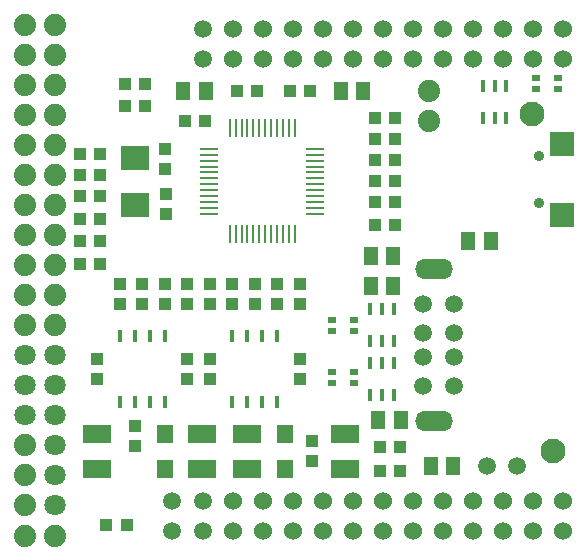
<source format=gbs>
G04 (created by PCBNEW (2013-03-19 BZR 4004)-stable) date 2014/11/27 13:38:41*
%MOIN*%
G04 Gerber Fmt 3.4, Leading zero omitted, Abs format*
%FSLAX34Y34*%
G01*
G70*
G90*
G04 APERTURE LIST*
%ADD10C,0*%
%ADD11R,0.0649606X0.00984252*%
%ADD12R,0.00984252X0.0649606*%
%ADD13R,0.0511X0.059*%
%ADD14C,0.06*%
%ADD15C,0.0593*%
%ADD16R,0.0393X0.0433*%
%ADD17R,0.0433X0.0393*%
%ADD18R,0.0944882X0.0787402*%
%ADD19C,0.0826772*%
%ADD20R,0.015748X0.0393701*%
%ADD21R,0.0255906X0.019685*%
%ADD22R,0.0944X0.0629*%
%ADD23R,0.0551X0.0629*%
%ADD24C,0.0590551*%
%ADD25C,0.074*%
%ADD26O,0.125984X0.0669291*%
%ADD27R,0.081X0.081*%
%ADD28C,0.0354331*%
%ADD29C,0.0708661*%
G04 APERTURE END LIST*
G54D10*
G54D11*
X69228Y-26332D03*
X69228Y-26135D03*
X69228Y-25938D03*
X69228Y-25742D03*
X69228Y-25545D03*
X69228Y-25348D03*
X69228Y-25151D03*
X69228Y-24954D03*
X69228Y-24757D03*
X69228Y-24561D03*
X69228Y-24364D03*
X69228Y-24167D03*
G54D12*
X69917Y-23478D03*
X70114Y-23478D03*
X70311Y-23478D03*
X70507Y-23478D03*
X70704Y-23478D03*
X70901Y-23478D03*
X71098Y-23478D03*
X71295Y-23478D03*
X71492Y-23478D03*
X71688Y-23478D03*
X71885Y-23478D03*
X72082Y-23478D03*
G54D11*
X72771Y-24167D03*
X72771Y-24364D03*
X72771Y-24561D03*
X72771Y-24757D03*
X72771Y-24954D03*
X72771Y-25151D03*
X72771Y-25348D03*
X72771Y-25545D03*
X72771Y-25742D03*
X72771Y-25938D03*
X72771Y-26135D03*
X72771Y-26332D03*
G54D12*
X72082Y-27021D03*
X71885Y-27021D03*
X71688Y-27021D03*
X71492Y-27021D03*
X71295Y-27021D03*
X71098Y-27021D03*
X70901Y-27021D03*
X70704Y-27021D03*
X70507Y-27021D03*
X70311Y-27021D03*
X70114Y-27021D03*
X69917Y-27021D03*
G54D13*
X68376Y-22250D03*
X69124Y-22250D03*
X74876Y-33200D03*
X75624Y-33200D03*
X74626Y-28750D03*
X75374Y-28750D03*
X76626Y-34750D03*
X77374Y-34750D03*
X74374Y-22250D03*
X73626Y-22250D03*
X74626Y-27750D03*
X75374Y-27750D03*
X77876Y-27250D03*
X78624Y-27250D03*
G54D14*
X81023Y-35905D03*
X81023Y-36905D03*
X80023Y-35905D03*
X80023Y-36905D03*
X79023Y-35905D03*
X79023Y-36905D03*
X78023Y-35905D03*
X78023Y-36905D03*
X77023Y-35905D03*
X77023Y-36905D03*
X76023Y-35905D03*
X76023Y-36905D03*
X75023Y-35905D03*
X75023Y-36905D03*
X74023Y-35905D03*
X74023Y-36905D03*
X73023Y-35905D03*
X73023Y-36905D03*
X72023Y-35905D03*
X72023Y-36905D03*
X71023Y-35905D03*
X71023Y-36905D03*
X70023Y-35905D03*
X70023Y-36905D03*
G54D15*
X69023Y-35905D03*
X69023Y-36905D03*
G54D14*
X81023Y-20157D03*
X81023Y-21157D03*
X80023Y-20157D03*
X80023Y-21157D03*
X79023Y-20157D03*
X79023Y-21157D03*
X78023Y-20157D03*
X78023Y-21157D03*
X77023Y-20157D03*
X77023Y-21157D03*
X76023Y-20157D03*
X76023Y-21157D03*
X75023Y-20157D03*
X75023Y-21157D03*
X74023Y-20157D03*
X74023Y-21157D03*
X73023Y-20157D03*
X73023Y-21157D03*
X72023Y-20157D03*
X72023Y-21157D03*
X71023Y-20157D03*
X71023Y-21157D03*
X70023Y-20157D03*
X70023Y-21157D03*
G54D15*
X69023Y-20157D03*
X69023Y-21157D03*
G54D16*
X64936Y-26500D03*
X65604Y-26500D03*
X69084Y-23250D03*
X68416Y-23250D03*
X74766Y-26700D03*
X75434Y-26700D03*
X64936Y-27250D03*
X65604Y-27250D03*
G54D17*
X71500Y-28666D03*
X71500Y-29334D03*
X72250Y-28666D03*
X72250Y-29334D03*
X70750Y-28666D03*
X70750Y-29334D03*
X68500Y-28666D03*
X68500Y-29334D03*
X67000Y-28666D03*
X67000Y-29334D03*
X69250Y-28666D03*
X69250Y-29334D03*
X70000Y-28666D03*
X70000Y-29334D03*
X67750Y-24834D03*
X67750Y-24166D03*
X67750Y-28666D03*
X67750Y-29334D03*
G54D18*
X66750Y-24462D03*
X66750Y-26037D03*
G54D16*
X66750Y-33416D03*
X66750Y-34084D03*
X72650Y-33916D03*
X72650Y-34584D03*
G54D17*
X75434Y-25950D03*
X74766Y-25950D03*
X74766Y-25250D03*
X75434Y-25250D03*
X74766Y-24550D03*
X75434Y-24550D03*
X67084Y-22750D03*
X66416Y-22750D03*
X65604Y-25050D03*
X64936Y-25050D03*
X65604Y-25750D03*
X64936Y-25750D03*
X67084Y-22000D03*
X66416Y-22000D03*
X70834Y-22250D03*
X70166Y-22250D03*
X71916Y-22250D03*
X72584Y-22250D03*
X64936Y-24350D03*
X65604Y-24350D03*
G54D16*
X66250Y-28666D03*
X66250Y-29334D03*
G54D17*
X74766Y-23850D03*
X75434Y-23850D03*
X74766Y-23150D03*
X75434Y-23150D03*
G54D16*
X67808Y-25668D03*
X67808Y-26336D03*
G54D17*
X64936Y-28000D03*
X65604Y-28000D03*
X75584Y-34900D03*
X74916Y-34900D03*
X74916Y-34100D03*
X75584Y-34100D03*
G54D19*
X80708Y-34251D03*
X80000Y-23000D03*
G54D20*
X66250Y-30400D03*
X66750Y-30400D03*
X67250Y-30400D03*
X67750Y-30400D03*
X66250Y-32600D03*
X66750Y-32600D03*
X67250Y-32600D03*
X67750Y-32600D03*
X70000Y-30418D03*
X70500Y-30418D03*
X71000Y-30418D03*
X71500Y-30418D03*
X70000Y-32618D03*
X70500Y-32618D03*
X71000Y-32618D03*
X71500Y-32618D03*
X75000Y-32383D03*
X74606Y-32383D03*
X74606Y-31320D03*
X75000Y-31320D03*
X75393Y-31320D03*
X75393Y-32383D03*
X78750Y-22066D03*
X79143Y-22066D03*
X79143Y-23129D03*
X78750Y-23129D03*
X78356Y-23129D03*
X78356Y-22066D03*
X75000Y-30583D03*
X74606Y-30583D03*
X74606Y-29520D03*
X75000Y-29520D03*
X75393Y-29520D03*
X75393Y-30583D03*
G54D21*
X80874Y-22177D03*
X80874Y-21822D03*
X80125Y-21822D03*
X80125Y-22177D03*
X73325Y-31622D03*
X73325Y-31977D03*
X74074Y-31977D03*
X74074Y-31622D03*
X73325Y-29872D03*
X73325Y-30227D03*
X74074Y-30227D03*
X74074Y-29872D03*
G54D22*
X69000Y-33660D03*
X69000Y-34840D03*
X65500Y-33660D03*
X65500Y-34840D03*
X73750Y-33660D03*
X73750Y-34840D03*
X70500Y-33660D03*
X70500Y-34840D03*
G54D23*
X67750Y-33660D03*
X67750Y-34840D03*
X71750Y-33660D03*
X71750Y-34840D03*
G54D16*
X68500Y-31834D03*
X68500Y-31166D03*
X65500Y-31834D03*
X65500Y-31166D03*
X72250Y-31834D03*
X72250Y-31166D03*
X69250Y-31834D03*
X69250Y-31166D03*
G54D24*
X68000Y-36900D03*
X68000Y-35900D03*
G54D25*
X76550Y-22250D03*
X76550Y-23250D03*
G54D24*
X79500Y-34750D03*
X78500Y-34750D03*
X77401Y-31102D03*
X77401Y-30314D03*
X76377Y-31102D03*
X76377Y-30314D03*
X76377Y-32086D03*
X77401Y-32086D03*
X76377Y-29330D03*
X77401Y-29330D03*
G54D26*
X76732Y-33228D03*
X76732Y-28188D03*
G54D27*
X81000Y-26381D03*
X81000Y-24018D03*
G54D28*
X80212Y-25987D03*
X80212Y-24412D03*
G54D29*
X64100Y-33050D03*
X63100Y-33050D03*
G54D25*
X63100Y-22050D03*
X64100Y-22050D03*
X63100Y-23050D03*
X64100Y-23050D03*
X63100Y-24050D03*
X64100Y-24050D03*
X63100Y-25050D03*
X64100Y-25050D03*
X63100Y-26050D03*
X64100Y-26050D03*
X63100Y-27050D03*
X64100Y-27050D03*
X63100Y-28050D03*
X64100Y-28050D03*
X63100Y-29050D03*
X64100Y-29050D03*
X63100Y-30050D03*
X64100Y-30050D03*
G54D29*
X63100Y-31050D03*
X64100Y-31050D03*
X63100Y-32050D03*
X64100Y-32050D03*
G54D25*
X63100Y-34050D03*
G54D29*
X64100Y-34050D03*
X64100Y-35050D03*
G54D25*
X63100Y-35050D03*
X63100Y-36050D03*
G54D29*
X64100Y-36050D03*
G54D25*
X64100Y-21050D03*
X63100Y-21050D03*
X64098Y-20030D03*
X63098Y-20030D03*
X64106Y-37058D03*
X63106Y-37058D03*
G54D16*
X66478Y-36702D03*
X65810Y-36702D03*
M02*

</source>
